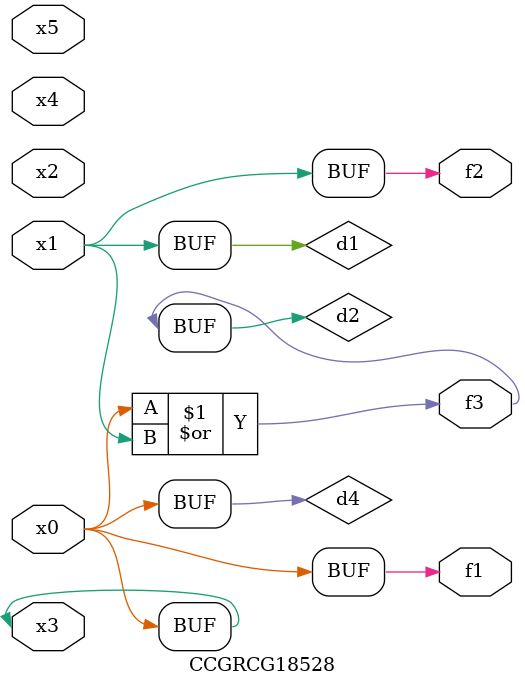
<source format=v>
module CCGRCG18528(
	input x0, x1, x2, x3, x4, x5,
	output f1, f2, f3
);

	wire d1, d2, d3, d4;

	and (d1, x1);
	or (d2, x0, x1);
	nand (d3, x0, x5);
	buf (d4, x0, x3);
	assign f1 = d4;
	assign f2 = d1;
	assign f3 = d2;
endmodule

</source>
